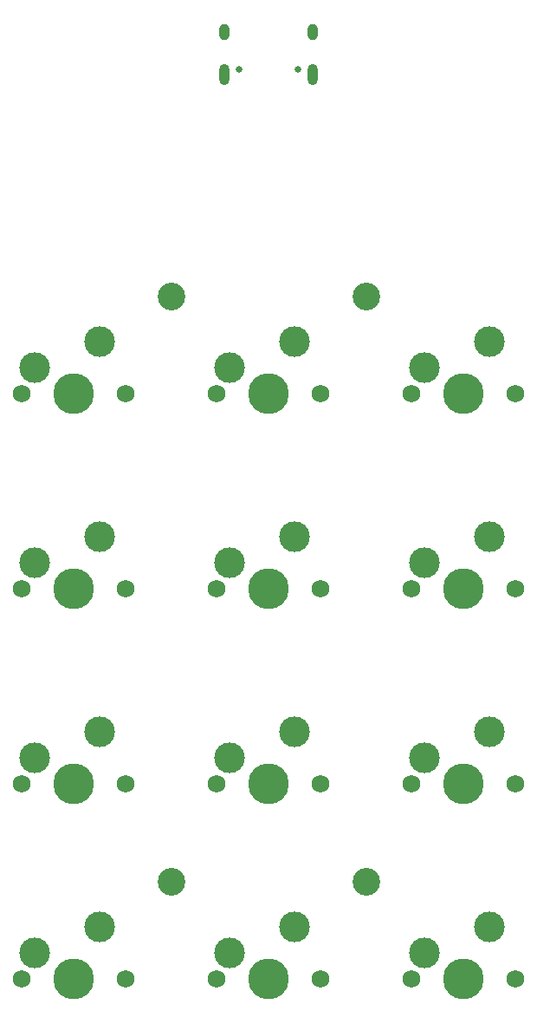
<source format=gts>
G04 #@! TF.GenerationSoftware,KiCad,Pcbnew,(7.0.0)*
G04 #@! TF.CreationDate,2023-03-11T22:05:33-05:00*
G04 #@! TF.ProjectId,MacroPad,4d616372-6f50-4616-942e-6b696361645f,rev?*
G04 #@! TF.SameCoordinates,Original*
G04 #@! TF.FileFunction,Soldermask,Top*
G04 #@! TF.FilePolarity,Negative*
%FSLAX46Y46*%
G04 Gerber Fmt 4.6, Leading zero omitted, Abs format (unit mm)*
G04 Created by KiCad (PCBNEW (7.0.0)) date 2023-03-11 22:05:33*
%MOMM*%
%LPD*%
G01*
G04 APERTURE LIST*
%ADD10C,2.700000*%
%ADD11C,1.750000*%
%ADD12C,3.000000*%
%ADD13C,3.987800*%
%ADD14C,0.650000*%
%ADD15O,1.000000X1.600000*%
%ADD16O,1.000000X2.100000*%
G04 APERTURE END LIST*
D10*
X154781250Y-65087500D03*
X173831250Y-65087500D03*
X173831250Y-122237500D03*
X154781250Y-122237500D03*
D11*
X178276250Y-131762500D03*
D12*
X179546250Y-129222500D03*
D13*
X183356250Y-131762500D03*
D12*
X185896250Y-126682500D03*
D11*
X188436250Y-131762500D03*
X178276250Y-74612500D03*
D12*
X179546250Y-72072500D03*
D13*
X183356250Y-74612500D03*
D12*
X185896250Y-69532500D03*
D11*
X188436250Y-74612500D03*
X140176250Y-112712500D03*
D12*
X141446250Y-110172500D03*
D13*
X145256250Y-112712500D03*
D12*
X147796250Y-107632500D03*
D11*
X150336250Y-112712500D03*
X159226250Y-131762500D03*
D12*
X160496250Y-129222500D03*
D13*
X164306250Y-131762500D03*
D12*
X166846250Y-126682500D03*
D11*
X169386250Y-131762500D03*
X178276250Y-93662500D03*
D12*
X179546250Y-91122500D03*
D13*
X183356250Y-93662500D03*
D12*
X185896250Y-88582500D03*
D11*
X188436250Y-93662500D03*
X159226250Y-112712500D03*
D12*
X160496250Y-110172500D03*
D13*
X164306250Y-112712500D03*
D12*
X166846250Y-107632500D03*
D11*
X169386250Y-112712500D03*
X140176250Y-74612500D03*
D12*
X141446250Y-72072500D03*
D13*
X145256250Y-74612500D03*
D12*
X147796250Y-69532500D03*
D11*
X150336250Y-74612500D03*
X159226250Y-93662500D03*
D12*
X160496250Y-91122500D03*
D13*
X164306250Y-93662500D03*
D12*
X166846250Y-88582500D03*
D11*
X169386250Y-93662500D03*
X178276250Y-112712500D03*
D12*
X179546250Y-110172500D03*
D13*
X183356250Y-112712500D03*
D12*
X185896250Y-107632500D03*
D11*
X188436250Y-112712500D03*
X140176250Y-131762500D03*
D12*
X141446250Y-129222500D03*
D13*
X145256250Y-131762500D03*
D12*
X147796250Y-126682500D03*
D11*
X150336250Y-131762500D03*
X140176250Y-93662500D03*
D12*
X141446250Y-91122500D03*
D13*
X145256250Y-93662500D03*
D12*
X147796250Y-88582500D03*
D11*
X150336250Y-93662500D03*
X159226250Y-74612500D03*
D12*
X160496250Y-72072500D03*
D13*
X164306250Y-74612500D03*
D12*
X166846250Y-69532500D03*
D11*
X169386250Y-74612500D03*
D14*
X161416250Y-42940000D03*
X167196250Y-42940000D03*
D15*
X159986249Y-39289999D03*
D16*
X159986249Y-43469999D03*
D15*
X168626249Y-39289999D03*
D16*
X168626249Y-43469999D03*
M02*

</source>
